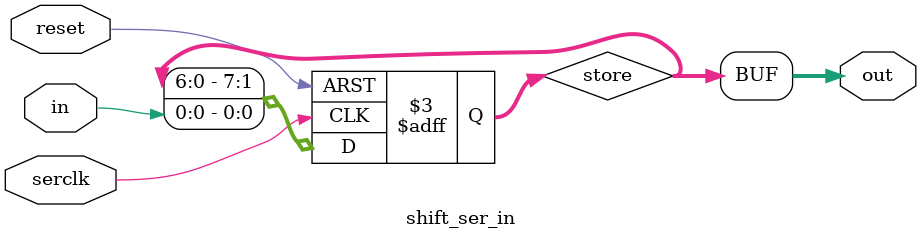
<source format=v>
module shift_ser_in(in, reset, serclk, out);

  parameter WIDTH = 8;
  
  input     wire in, reset, serclk;
  output    wire [WIDTH-1 : 0] out;
  
  reg       [WIDTH-1 : 0] store;
  
  always @(negedge serclk or negedge reset)
  begin
    if (!reset)
      store = 8'bxxxxxxxx;
    else
      store = {store[WIDTH-2 : 0],in};
  end
  
  // output wires
  assign out = store;

endmodule // shift_ser_in

</source>
